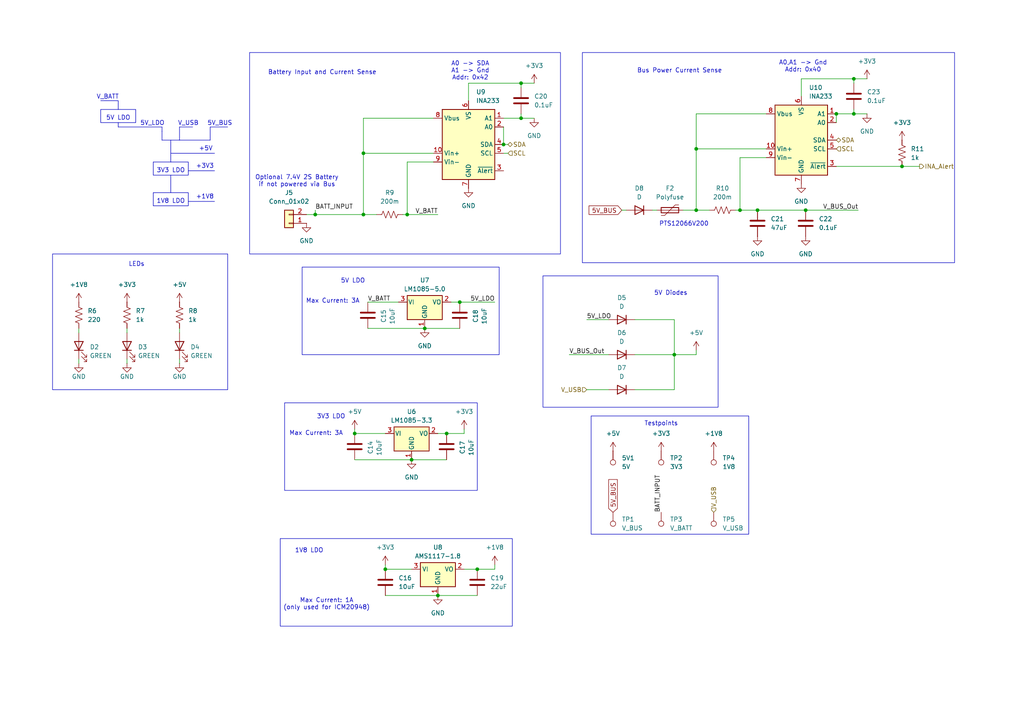
<source format=kicad_sch>
(kicad_sch (version 20231120) (generator "eeschema") (generator_version "8.0")
  (paper "A4")
  (lib_symbols
    (symbol "Connector:TestPoint" (pin_numbers hide) (pin_names (offset 0.762) hide)
      (property "Reference" "TP" (at 0 6.858 0))
      (property "Value" "TestPoint" (at 0 5.08 0))
      (symbol "TestPoint_0_1"
        (circle (center 0 3.302) (radius 0.762))
      )
      (symbol "TestPoint_1_1"
        (pin passive line (at 0 0 90) (length 2.54) (name "1") (number "1"))
      )
    )
    (symbol "Connector_Generic:Conn_01x02" (pin_names (offset 1.016) hide)
      (property "Reference" "J" (at 0 2.54 0))
      (property "Value" "Conn_01x02" (at 0 -5.08 0))
      (symbol "Conn_01x02_1_1"
        (rectangle (start -1.27 -2.413) (end 0 -2.667) (stroke (width 0.1524)))
        (rectangle (start -1.27 0.127) (end 0 -0.127) (stroke (width 0.1524)))
        (rectangle (start -1.27 1.27) (end 1.27 -3.81) (stroke (width 0.254)) (fill (type background)))
        (pin passive line (at -5.08 0 0) (length 3.81) (name "Pin_1") (number "1"))
        (pin passive line (at -5.08 -2.54 0) (length 3.81) (name "Pin_2") (number "2"))
      )
    )
    (symbol "Device:C" (pin_numbers hide) (pin_names (offset 0.254))
      (property "Reference" "C" (at 0.635 2.54 0))
      (property "Value" "C" (at 0.635 -2.54 0))
      (symbol "C_0_1"
        (polyline (pts (xy -2.032 -0.762) (xy 2.032 -0.762)) (stroke (width 0.508)))
        (polyline (pts (xy -2.032 0.762) (xy 2.032 0.762)) (stroke (width 0.508)))
      )
      (symbol "C_1_1"
        (pin passive line (at 0 3.81 270) (length 2.794) (name "~") (number "1"))
        (pin passive line (at 0 -3.81 90) (length 2.794) (name "~") (number "2"))
      )
    )
    (symbol "Device:D" (pin_numbers hide) (pin_names (offset 1.016) hide)
      (property "Reference" "D" (at 0 2.54 0))
      (property "Value" "D" (at 0 -2.54 0))
      (symbol "D_0_1"
        (polyline (pts (xy -1.27 1.27) (xy -1.27 -1.27)) (stroke (width 0.254)))
        (polyline (pts (xy 1.27 0) (xy -1.27 0)))
        (polyline (pts (xy 1.27 1.27) (xy 1.27 -1.27) (xy -1.27 0) (xy 1.27 1.27)) (stroke (width 0.254)))
      )
      (symbol "D_1_1"
        (pin passive line (at -3.81 0 0) (length 2.54) (name "K") (number "1"))
        (pin passive line (at 3.81 0 180) (length 2.54) (name "A") (number "2"))
      )
    )
    (symbol "Device:LED" (pin_numbers hide) (pin_names (offset 1.016) hide)
      (property "Reference" "D" (at 0 2.54 0))
      (property "Value" "LED" (at 0 -2.54 0))
      (symbol "LED_0_1"
        (polyline (pts (xy -1.27 -1.27) (xy -1.27 1.27)) (stroke (width 0.254)))
        (polyline (pts (xy -1.27 0) (xy 1.27 0)))
        (polyline (pts (xy 1.27 -1.27) (xy 1.27 1.27) (xy -1.27 0) (xy 1.27 -1.27)) (stroke (width 0.254)))
        (polyline (pts (xy -3.048 -0.762) (xy -4.572 -2.286) (xy -3.81 -2.286) (xy -4.572 -2.286) (xy -4.572 -1.524)))
        (polyline (pts (xy -1.778 -0.762) (xy -3.302 -2.286) (xy -2.54 -2.286) (xy -3.302 -2.286) (xy -3.302 -1.524)))
      )
      (symbol "LED_1_1"
        (pin passive line (at -3.81 0 0) (length 2.54) (name "K") (number "1"))
        (pin passive line (at 3.81 0 180) (length 2.54) (name "A") (number "2"))
      )
    )
    (symbol "Device:Polyfuse" (pin_numbers hide) (pin_names (offset 0))
      (property "Reference" "F" (at -2.54 0 90))
      (property "Value" "Polyfuse" (at 2.54 0 90))
      (symbol "Polyfuse_0_1"
        (rectangle (start -0.762 2.54) (end 0.762 -2.54) (stroke (width 0.254)))
        (polyline (pts (xy 0 2.54) (xy 0 -2.54)))
        (polyline (pts (xy -1.524 2.54) (xy -1.524 1.524) (xy 1.524 -1.524) (xy 1.524 -2.54)))
      )
      (symbol "Polyfuse_1_1"
        (pin passive line (at 0 3.81 270) (length 1.27) (name "~") (number "1"))
        (pin passive line (at 0 -3.81 90) (length 1.27) (name "~") (number "2"))
      )
    )
    (symbol "Device:R_US" (pin_numbers hide) (pin_names (offset 0))
      (property "Reference" "R" (at 2.54 0 90))
      (property "Value" "R_US" (at -2.54 0 90))
      (symbol "R_US_0_1"
        (polyline (pts (xy 0 -2.286) (xy 0 -2.54)))
        (polyline (pts (xy 0 2.286) (xy 0 2.54)))
        (polyline (pts (xy 0 -0.762) (xy 1.016 -1.143) (xy 0 -1.524) (xy -1.016 -1.905) (xy 0 -2.286)))
        (polyline (pts (xy 0 0.762) (xy 1.016 0.381) (xy 0 0) (xy -1.016 -0.381) (xy 0 -0.762)))
        (polyline (pts (xy 0 2.286) (xy 1.016 1.905) (xy 0 1.524) (xy -1.016 1.143) (xy 0 0.762)))
      )
      (symbol "R_US_1_1"
        (pin passive line (at 0 3.81 270) (length 1.27) (name "~") (number "1"))
        (pin passive line (at 0 -3.81 90) (length 1.27) (name "~") (number "2"))
      )
    )
    (symbol "Regulator_Linear:AMS1117-1.8"
      (property "Reference" "U" (at -3.81 3.175 0))
      (property "Value" "AMS1117-1.8" (at 0 3.175 0))
      (symbol "AMS1117-1.8_0_1"
        (rectangle (start -5.08 -5.08) (end 5.08 1.905) (stroke (width 0.254)) (fill (type background)))
      )
      (symbol "AMS1117-1.8_1_1"
        (pin power_in line (at 0 -7.62 90) (length 2.54) (name "GND") (number "1"))
        (pin power_out line (at 7.62 0 180) (length 2.54) (name "VO") (number "2"))
        (pin power_in line (at -7.62 0 0) (length 2.54) (name "VI") (number "3"))
      )
    )
    (symbol "Regulator_Linear:LM1085-3.3" (pin_names (offset 0.254))
      (property "Reference" "U" (at -3.81 3.175 0))
      (property "Value" "LM1085-3.3" (at 0 3.175 0))
      (symbol "LM1085-3.3_0_1"
        (rectangle (start -5.08 1.905) (end 5.08 -5.08) (stroke (width 0.254)) (fill (type background)))
      )
      (symbol "LM1085-3.3_1_1"
        (pin power_in line (at 0 -7.62 90) (length 2.54) (name "GND") (number "1"))
        (pin power_out line (at 7.62 0 180) (length 2.54) (name "VO") (number "2"))
        (pin power_in line (at -7.62 0 0) (length 2.54) (name "VI") (number "3"))
      )
    )
    (symbol "Regulator_Linear:LM1085-5.0" (pin_names (offset 0.254))
      (property "Reference" "U" (at -3.81 3.175 0))
      (property "Value" "LM1085-5.0" (at 0 3.175 0))
      (symbol "LM1085-5.0_0_1"
        (rectangle (start -5.08 1.905) (end 5.08 -5.08) (stroke (width 0.254)) (fill (type background)))
      )
      (symbol "LM1085-5.0_1_1"
        (pin power_in line (at 0 -7.62 90) (length 2.54) (name "GND") (number "1"))
        (pin power_out line (at 7.62 0 180) (length 2.54) (name "VO") (number "2"))
        (pin power_in line (at -7.62 0 0) (length 2.54) (name "VI") (number "3"))
      )
    )
    (symbol "Sensor_Energy:INA233"
      (property "Reference" "U" (at -6.35 11.43 0))
      (property "Value" "INA233" (at 3.81 11.43 0))
      (symbol "INA233_0_1"
        (rectangle (start 7.62 10.16) (end -7.62 -10.16) (stroke (width 0.254)) (fill (type background)))
      )
      (symbol "INA233_1_1"
        (pin input line (at 10.16 7.62 180) (length 2.54) (name "A1") (number "1"))
        (pin input line (at -10.16 -2.54 0) (length 2.54) (name "Vin+") (number "10"))
        (pin input line (at 10.16 5.08 180) (length 2.54) (name "A0") (number "2"))
        (pin open_collector line (at 10.16 -7.62 180) (length 2.54) (name "~{Alert}") (number "3"))
        (pin bidirectional line (at 10.16 0 180) (length 2.54) (name "SDA") (number "4"))
        (pin input line (at 10.16 -2.54 180) (length 2.54) (name "SCL") (number "5"))
        (pin power_in line (at 0 12.7 270) (length 2.54) (name "VS") (number "6"))
        (pin power_in line (at 0 -12.7 90) (length 2.54) (name "GND") (number "7"))
        (pin input line (at -10.16 7.62 0) (length 2.54) (name "Vbus") (number "8"))
        (pin input line (at -10.16 -5.08 0) (length 2.54) (name "Vin-") (number "9"))
      )
    )
    (symbol "power:+1V8" (power) (pin_numbers hide) (pin_names (offset 0) hide)
      (property "Value" "+1V8" (at 0 3.556 0))
      (symbol "+1V8_0_1"
        (polyline (pts (xy -0.762 1.27) (xy 0 2.54)))
        (polyline (pts (xy 0 0) (xy 0 2.54)))
        (polyline (pts (xy 0 2.54) (xy 0.762 1.27)))
      )
      (symbol "+1V8_1_1"
        (pin power_in line (at 0 0 90) (length 0) (name "~") (number "1"))
      )
    )
    (symbol "power:+3.3V" (power) (pin_numbers hide) (pin_names (offset 0) hide)
      (property "Value" "+3.3V" (at 0 3.556 0))
      (symbol "+3.3V_0_1"
        (polyline (pts (xy -0.762 1.27) (xy 0 2.54)))
        (polyline (pts (xy 0 0) (xy 0 2.54)))
        (polyline (pts (xy 0 2.54) (xy 0.762 1.27)))
      )
      (symbol "+3.3V_1_1"
        (pin power_in line (at 0 0 90) (length 0) (name "~") (number "1"))
      )
    )
    (symbol "power:+3V3" (power) (pin_numbers hide) (pin_names (offset 0) hide)
      (property "Value" "+3V3" (at 0 3.556 0))
      (symbol "+3V3_0_1"
        (polyline (pts (xy -0.762 1.27) (xy 0 2.54)))
        (polyline (pts (xy 0 0) (xy 0 2.54)))
        (polyline (pts (xy 0 2.54) (xy 0.762 1.27)))
      )
      (symbol "+3V3_1_1"
        (pin power_in line (at 0 0 90) (length 0) (name "~") (number "1"))
      )
    )
    (symbol "power:+5V" (power) (pin_numbers hide) (pin_names (offset 0) hide)
      (property "Value" "+5V" (at 0 3.556 0))
      (symbol "+5V_0_1"
        (polyline (pts (xy -0.762 1.27) (xy 0 2.54)))
        (polyline (pts (xy 0 0) (xy 0 2.54)))
        (polyline (pts (xy 0 2.54) (xy 0.762 1.27)))
      )
      (symbol "+5V_1_1"
        (pin power_in line (at 0 0 90) (length 0) (name "~") (number "1"))
      )
    )
    (symbol "power:GND" (power) (pin_numbers hide) (pin_names (offset 0) hide)
      (property "Value" "GND" (at 0 -3.81 0))
      (symbol "GND_0_1"
        (polyline (pts (xy 0 0) (xy 0 -1.27) (xy 1.27 -1.27) (xy 0 -2.54) (xy -1.27 -1.27) (xy 0 -1.27)))
      )
      (symbol "GND_1_1"
        (pin power_in line (at 0 0 270) (length 0) (name "~") (number "1"))
      )
    )
    (symbol "power:VBUS" (power) (pin_numbers hide) (pin_names (offset 0) hide)
      (property "Value" "VBUS" (at 0 3.556 0))
      (symbol "VBUS_0_1"
        (polyline (pts (xy -0.762 1.27) (xy 0 2.54)))
        (polyline (pts (xy 0 0) (xy 0 2.54)))
        (polyline (pts (xy 0 2.54) (xy 0.762 1.27)))
      )
      (symbol "VBUS_1_1"
        (pin power_in line (at 0 0 90) (length 0) (name "~") (number "1"))
      )
    )
  )
  (junction (at 233.68 60.96))
  (junction (at 111.76 165.1))
  (junction (at 219.71 60.96))
  (junction (at 242.57 33.02))
  (junction (at 247.65 33.02))
  (junction (at 247.65 22.86))
  (junction (at 201.93 60.96))
  (junction (at 138.43 165.1))
  (junction (at 127 172.72))
  (junction (at 105.41 62.23))
  (junction (at 118.11 62.23))
  (junction (at 133.35 87.63))
  (junction (at 123.19 95.25))
  (junction (at 102.87 125.73))
  (junction (at 105.41 44.45))
  (junction (at 151.13 24.13))
  (junction (at 151.13 34.29))
  (junction (at 195.58 102.87))
  (junction (at 119.38 133.35))
  (junction (at 261.62 48.26))
  (junction (at 214.63 60.96))
  (junction (at 129.54 125.73))
  (junction (at 91.44 62.23))
  (junction (at 146.05 41.91))
  (junction (at 201.93 43.18))
  (wire (pts (xy 232.41 22.86) (xy 247.65 22.86)))
  (wire (pts (xy 184.15 113.03) (xy 195.58 113.03)))
  (wire (pts (xy 118.11 62.23) (xy 127 62.23)))
  (wire (pts (xy 127 125.73) (xy 129.54 125.73)))
  (wire (pts (xy 242.57 33.02) (xy 242.57 35.56)))
  (wire (pts (xy 143.51 163.83) (xy 143.51 165.1)))
  (polyline (pts (xy 49.53 50.8) (xy 49.53 55.88)))
  (polyline (pts (xy 34.29 36.83) (xy 46.99 36.83)))
  (wire (pts (xy 242.57 33.02) (xy 247.65 33.02)))
  (wire (pts (xy 170.18 113.03) (xy 176.53 113.03)))
  (wire (pts (xy 127 172.72) (xy 138.43 172.72)))
  (wire (pts (xy 105.41 62.23) (xy 109.22 62.23)))
  (wire (pts (xy 22.86 95.25) (xy 22.86 96.52)))
  (wire (pts (xy 214.63 60.96) (xy 219.71 60.96)))
  (wire (pts (xy 116.84 62.23) (xy 118.11 62.23)))
  (wire (pts (xy 198.12 60.96) (xy 201.93 60.96)))
  (wire (pts (xy 180.34 60.96) (xy 181.61 60.96)))
  (wire (pts (xy 214.63 60.96) (xy 214.63 45.72)))
  (wire (pts (xy 247.65 22.86) (xy 251.46 22.86)))
  (wire (pts (xy 105.41 44.45) (xy 105.41 34.29)))
  (wire (pts (xy 118.11 62.23) (xy 118.11 46.99)))
  (wire (pts (xy 247.65 22.86) (xy 247.65 24.13)))
  (wire (pts (xy 134.62 165.1) (xy 138.43 165.1)))
  (wire (pts (xy 195.58 92.71) (xy 184.15 92.71)))
  (wire (pts (xy 88.9 62.23) (xy 91.44 62.23)))
  (wire (pts (xy 105.41 44.45) (xy 125.73 44.45)))
  (wire (pts (xy 189.23 60.96) (xy 190.5 60.96)))
  (wire (pts (xy 213.36 60.96) (xy 214.63 60.96)))
  (wire (pts (xy 201.93 43.18) (xy 222.25 43.18)))
  (wire (pts (xy 151.13 33.02) (xy 151.13 34.29)))
  (wire (pts (xy 133.35 87.63) (xy 143.51 87.63)))
  (polyline (pts (xy 54.61 58.42) (xy 62.23 58.42)))
  (wire (pts (xy 214.63 45.72) (xy 222.25 45.72)))
  (wire (pts (xy 151.13 24.13) (xy 151.13 25.4)))
  (wire (pts (xy 106.68 87.63) (xy 115.57 87.63)))
  (polyline (pts (xy 54.61 49.53) (xy 62.23 49.53)))
  (wire (pts (xy 135.89 24.13) (xy 151.13 24.13)))
  (wire (pts (xy 134.62 125.73) (xy 129.54 125.73)))
  (wire (pts (xy 247.65 31.75) (xy 247.65 33.02)))
  (polyline (pts (xy 34.29 35.56) (xy 34.29 36.83)))
  (wire (pts (xy 130.81 87.63) (xy 133.35 87.63)))
  (wire (pts (xy 201.93 60.96) (xy 205.74 60.96)))
  (wire (pts (xy 119.38 133.35) (xy 129.54 133.35)))
  (wire (pts (xy 266.7 48.26) (xy 261.62 48.26)))
  (wire (pts (xy 138.43 165.1) (xy 143.51 165.1)))
  (wire (pts (xy 111.76 172.72) (xy 127 172.72)))
  (wire (pts (xy 195.58 102.87) (xy 201.93 102.87)))
  (wire (pts (xy 134.62 124.46) (xy 134.62 125.73)))
  (polyline (pts (xy 49.53 44.45) (xy 62.23 44.45)))
  (wire (pts (xy 111.76 165.1) (xy 119.38 165.1)))
  (wire (pts (xy 91.44 62.23) (xy 105.41 62.23)))
  (polyline (pts (xy 34.29 31.75) (xy 34.29 29.21)))
  (wire (pts (xy 36.83 104.14) (xy 36.83 105.41)))
  (wire (pts (xy 170.18 92.71) (xy 176.53 92.71)))
  (wire (pts (xy 147.32 44.45) (xy 146.05 44.45)))
  (wire (pts (xy 105.41 44.45) (xy 105.41 62.23)))
  (wire (pts (xy 111.76 163.83) (xy 111.76 165.1)))
  (wire (pts (xy 102.87 124.46) (xy 102.87 125.73)))
  (wire (pts (xy 184.15 102.87) (xy 195.58 102.87)))
  (wire (pts (xy 261.62 48.26) (xy 242.57 48.26)))
  (wire (pts (xy 201.93 43.18) (xy 201.93 60.96)))
  (wire (pts (xy 146.05 34.29) (xy 151.13 34.29)))
  (wire (pts (xy 118.11 46.99) (xy 125.73 46.99)))
  (polyline (pts (xy 46.99 36.83) (xy 46.99 38.1)))
  (wire (pts (xy 102.87 125.73) (xy 111.76 125.73)))
  (wire (pts (xy 219.71 60.96) (xy 233.68 60.96)))
  (polyline (pts (xy 60.96 40.64) (xy 60.96 36.83)))
  (wire (pts (xy 247.65 33.02) (xy 251.46 33.02)))
  (polyline (pts (xy 52.07 36.83) (xy 52.07 40.64)))
  (wire (pts (xy 165.1 102.87) (xy 176.53 102.87)))
  (wire (pts (xy 201.93 33.02) (xy 222.25 33.02)))
  (wire (pts (xy 106.68 95.25) (xy 123.19 95.25)))
  (wire (pts (xy 151.13 34.29) (xy 154.94 34.29)))
  (wire (pts (xy 201.93 43.18) (xy 201.93 33.02)))
  (wire (pts (xy 146.05 36.83) (xy 146.05 41.91)))
  (wire (pts (xy 151.13 24.13) (xy 154.94 24.13)))
  (wire (pts (xy 135.89 29.21) (xy 135.89 24.13)))
  (wire (pts (xy 195.58 113.03) (xy 195.58 102.87)))
  (wire (pts (xy 233.68 60.96) (xy 248.92 60.96)))
  (wire (pts (xy 36.83 95.25) (xy 36.83 96.52)))
  (wire (pts (xy 201.93 101.6) (xy 201.93 102.87)))
  (polyline (pts (xy 55.88 36.83) (xy 52.07 36.83)))
  (wire (pts (xy 232.41 27.94) (xy 232.41 22.86)))
  (polyline (pts (xy 60.96 36.83) (xy 66.04 36.83)))
  (wire (pts (xy 91.44 60.96) (xy 91.44 62.23)))
  (wire (pts (xy 102.87 133.35) (xy 119.38 133.35)))
  (wire (pts (xy 22.86 104.14) (xy 22.86 105.41)))
  (polyline (pts (xy 52.07 40.64) (xy 60.96 40.64)))
  (polyline (pts (xy 29.21 29.21) (xy 34.29 29.21)))
  (polyline (pts (xy 46.99 40.64) (xy 52.07 40.64)))
  (wire (pts (xy 52.07 95.25) (xy 52.07 96.52)))
  (wire (pts (xy 195.58 102.87) (xy 195.58 92.71)))
  (wire (pts (xy 147.32 41.91) (xy 146.05 41.91)))
  (wire (pts (xy 52.07 104.14) (xy 52.07 105.41)))
  (wire (pts (xy 105.41 34.29) (xy 125.73 34.29)))
  (polyline (pts (xy 46.99 38.1) (xy 46.99 40.64)))
  (wire (pts (xy 123.19 95.25) (xy 133.35 95.25)))
  (polyline (pts (xy 49.53 40.64) (xy 49.53 46.99)))
  (rectangle (start 44.45 55.88) (end 54.61 59.69))
  (rectangle (start 44.45 46.99) (end 54.61 50.8))
  (rectangle (start 82.55 116.84) (end 138.43 142.24))
  (rectangle (start 81.28 156.21) (end 148.59 181.61))
  (rectangle (start 29.21 31.75) (end 39.37 35.56))
  (rectangle (start 72.39 15.24) (end 162.56 73.66))
  (rectangle (start 157.48 80.01) (end 208.28 118.11))
  (rectangle (start 168.91 15.24) (end 276.86 76.2))
  (rectangle (start 171.45 120.65) (end 217.17 154.94))
  (rectangle (start 87.63 77.47) (end 144.78 102.87))
  (rectangle (start 15.24 73.66) (end 66.04 113.03))
  (text "Battery Input and Current Sense" (at 93.472 21.082 0) (effects (font (size 1.27 1.27))))
  (text "Testpoints" (at 191.77 122.936 0) (effects (font (size 1.27 1.27))))
  (text "PTS12066V200" (at 198.374 65.024 0) (effects (font (size 1.27 1.27))))
  (text "5V LDO" (at 34.29 34.29 0) (effects (font (size 1.27 1.27))))
  (text "Max Current: 3A" (at 96.52 87.376 0) (effects (font (size 1.27 1.27))))
  (text "5V LDO" (at 102.362 81.534 0) (effects (font (size 1.27 1.27))))
  (text "LEDs" (at 39.624 76.708 0) (effects (font (size 1.27 1.27))))
  (text "3V3 LDO" (at 49.53 49.53 0) (effects (font (size 1.27 1.27))))
  (text "+3V3" (at 59.436 48.26 0) (effects (font (size 1.27 1.27))))
  (text "Max Current: 3A" (at 91.694 125.73 0) (effects (font (size 1.27 1.27))))
  (text "Max Current: 1A\n(only used for ICM20948)" (at 94.742 175.26 0) (effects (font (size 1.27 1.27))))
  (text "5V_LDO" (at 44.196 35.814 0) (effects (font (size 1.27 1.27))))
  (text "1V8 LDO" (at 49.53 58.42 0) (effects (font (size 1.27 1.27))))
  (text "Bus Power Current Sense" (at 197.104 20.574 0) (effects (font (size 1.27 1.27))))
  (text "A0 -> SDA\nA1 -> Gnd\nAddr: 0x42" (at 136.398 20.574 0) (effects (font (size 1.27 1.27))))
  (text "+1V8" (at 59.436 57.15 0) (effects (font (size 1.27 1.27))))
  (text "+5V" (at 59.69 43.18 0) (effects (font (size 1.27 1.27))))
  (text "5V_BUS" (at 63.754 35.814 0) (effects (font (size 1.27 1.27))))
  (text "V_USB" (at 54.61 35.814 0) (effects (font (size 1.27 1.27))))
  (text "Optional 7.4V 2S Battery\nif not powered via Bus" (at 86.106 52.578 0) (effects (font (size 1.27 1.27))))
  (text "V_BATT" (at 31.242 28.194 0) (effects (font (size 1.27 1.27))))
  (text "5V Diodes" (at 194.564 85.09 0) (effects (font (size 1.27 1.27))))
  (text "3V3 LDO" (at 96.012 120.904 0) (effects (font (size 1.27 1.27))))
  (text "1V8 LDO" (at 89.662 159.766 0) (effects (font (size 1.27 1.27))))
  (text "A0,A1 -> Gnd\nAddr: 0x40" (at 232.918 19.304 0) (effects (font (size 1.27 1.27))))
  (label "5V_LDO" (at 170.18 92.71 0))
  (label "V_BATT" (at 106.68 87.63 0))
  (label "V_BUS_Out" (at 248.92 60.96 180))
  (label "BATT_INPUT" (at 91.44 60.96 0))
  (label "V_BUS_Out" (at 165.1 102.87 0))
  (label "V_BATT" (at 127 62.23 180))
  (label "5V_LDO" (at 143.51 87.63 180))
  (label "BATT_INPUT" (at 191.77 148.59 90))
  (global_label "5V_BUS" (shape input) (at 180.34 60.96 180) (property "Intersheetrefs" "${INTERSHEET_REFS}" (effects (hide yes))))
  (global_label "5V_BUS" (shape input) (at 177.8 148.59 90) (property "Intersheetrefs" "${INTERSHEET_REFS}" (effects (hide yes))))
  (hierarchical_label "V_USB" (shape input) (at 207.01 148.59 90))
  (hierarchical_label "V_USB" (shape input) (at 170.18 113.03 180))
  (hierarchical_label "SDA" (shape bidirectional) (at 242.57 40.64 0))
  (hierarchical_label "SCL" (shape input) (at 242.57 43.18 0))
  (hierarchical_label "INA_Alert" (shape output) (at 266.7 48.26 0))
  (hierarchical_label "SDA" (shape bidirectional) (at 147.32 41.91 0))
  (hierarchical_label "SCL" (shape input) (at 147.32 44.45 0))
  (symbol (lib_id "Device:C") (at 133.35 91.44 180) (unit 1)
    (property "Reference" "C18" (at 137.922 91.694 90))
    (property "Value" "10uF" (at 140.462 91.694 90))
    (property "Footprint" "Capacitor_SMD:C_0603_1608Metric" (effects (hide yes)))
    (property "Description" "Unpolarized capacitor" (effects (hide yes)))
  )
  (symbol (lib_id "power:+3V3") (at 111.76 163.83 0) (unit 1)
    (property "Reference" "#PWR043" (effects (hide yes)))
    (property "Value" "+3V3" (at 111.76 158.75 0))
    (property "Description" "Power symbol creates a global label with name \"+3V3\"" (effects (hide yes)))
  )
  (symbol (lib_id "power:VBUS") (at 201.93 101.6 0) (unit 1)
    (property "Reference" "#PWR054" (effects (hide yes)))
    (property "Value" "+5V" (at 201.93 96.52 0))
    (property "Description" "Power symbol creates a global label with name \"VBUS\"" (effects (hide yes)))
  )
  (symbol (lib_id "power:+3.3V") (at 52.07 87.63 0) (unit 1)
    (property "Reference" "#PWR039" (effects (hide yes)))
    (property "Value" "+5V" (at 52.07 82.55 0))
    (property "Description" "Power symbol creates a global label with name \"+3.3V\"" (effects (hide yes)))
  )
  (symbol (lib_id "Device:R_US") (at 52.07 91.44 180) (unit 1)
    (property "Reference" "R8" (at 54.61 90.1699 0) (effects (justify right)))
    (property "Value" "1k" (at 54.61 92.7099 0) (effects (justify right)))
    (property "Footprint" "Resistor_SMD:R_0603_1608Metric" (effects (hide yes)))
    (property "Description" "Resistor, US symbol" (effects (hide yes)))
  )
  (symbol (lib_id "power:+3V3") (at 251.46 22.86 0) (unit 1)
    (property "Reference" "#PWR059" (effects (hide yes)))
    (property "Value" "+3V3" (at 251.46 17.78 0))
    (property "Description" "Power symbol creates a global label with name \"+3V3\"" (effects (hide yes)))
  )
  (symbol (lib_id "power:GND") (at 251.46 33.02 0) (unit 1)
    (property "Reference" "#PWR060" (effects (hide yes)))
    (property "Value" "GND" (at 251.46 38.1 0))
    (property "Description" "Power symbol creates a global label with name \"GND\" , ground" (effects (hide yes)))
  )
  (symbol (lib_id "power:+3.3V") (at 22.86 87.63 0) (unit 1)
    (property "Reference" "#PWR035" (effects (hide yes)))
    (property "Value" "+1V8" (at 22.86 82.55 0))
    (property "Description" "Power symbol creates a global label with name \"+3.3V\"" (effects (hide yes)))
  )
  (symbol (lib_id "power:+3V3") (at 191.77 130.81 0) (unit 1)
    (property "Reference" "#PWR053" (effects (hide yes)))
    (property "Value" "+3V3" (at 191.77 125.73 0))
    (property "Description" "Power symbol creates a global label with name \"+3V3\"" (effects (hide yes)))
  )
  (symbol (lib_id "Device:R_US") (at 209.55 60.96 90) (unit 1)
    (property "Reference" "R10" (at 209.55 54.61 90))
    (property "Value" "200m" (at 209.55 57.15 90))
    (property "Footprint" "Resistor_SMD:R_0603_1608Metric" (effects (hide yes)))
    (property "Description" "Resistor, US symbol" (effects (hide yes)))
  )
  (symbol (lib_id "Device:LED") (at 36.83 100.33 90) (unit 1)
    (property "Reference" "D3" (at 40.005 100.6475 90) (effects (justify right)))
    (property "Value" "GREEN" (at 40.005 103.1875 90) (effects (justify right)))
    (property "Footprint" "LED_SMD:LED_0603_1608Metric_Pad1.05x0.95mm_HandSolder" (effects (hide yes)))
  )
  (symbol (lib_id "Connector:TestPoint") (at 191.77 148.59 180) (unit 1)
    (property "Reference" "TP3" (at 194.31 150.6219 0) (effects (justify right)))
    (property "Value" "V_BATT" (at 194.31 153.1619 0) (effects (justify right)))
    (property "Footprint" "Connector_PinHeader_2.54mm:PinHeader_1x01_P2.54mm_Vertical" (effects (hide yes)))
    (property "Description" "test point" (effects (hide yes)))
  )
  (symbol (lib_id "Connector:TestPoint") (at 177.8 148.59 180) (unit 1)
    (property "Reference" "TP1" (at 180.34 150.6219 0) (effects (justify right)))
    (property "Value" "V_BUS" (at 180.34 153.1619 0) (effects (justify right)))
    (property "Footprint" "Connector_PinHeader_2.54mm:PinHeader_1x01_P2.54mm_Vertical" (effects (hide yes)))
    (property "Description" "test point" (effects (hide yes)))
  )
  (symbol (lib_id "Device:C") (at 219.71 64.77 0) (unit 1)
    (property "Reference" "C21" (at 223.52 63.4999 0) (effects (justify left)))
    (property "Value" "47uF" (at 223.52 66.0399 0) (effects (justify left)))
    (property "Footprint" "Capacitor_SMD:C_0603_1608Metric" (effects (hide yes)))
    (property "Description" "Unpolarized capacitor" (effects (hide yes)))
  )
  (symbol (lib_id "Connector:TestPoint") (at 207.01 130.81 180) (unit 1)
    (property "Reference" "TP4" (at 209.55 132.8419 0) (effects (justify right)))
    (property "Value" "1V8" (at 209.55 135.3819 0) (effects (justify right)))
    (property "Footprint" "Connector_PinHeader_2.54mm:PinHeader_1x01_P2.54mm_Vertical" (effects (hide yes)))
    (property "Description" "test point" (effects (hide yes)))
  )
  (symbol (lib_id "Regulator_Linear:LM1085-3.3") (at 119.38 125.73 0) (unit 1)
    (property "Reference" "U6" (at 119.38 119.38 0))
    (property "Value" "LM1085-3.3" (at 119.38 121.92 0))
    (property "Footprint" "Package_TO_SOT_SMD:TO-263-3_TabPin2" (effects (hide yes)))
    (property "Datasheet" "http://www.ti.com/lit/ds/symlink/lm1085.pdf" (effects (hide yes)))
    (property "Description" "3A 27V Linear Regulator, Fixed Output 3.3V, TO-220/TO-263" (effects (hide yes)))
  )
  (symbol (lib_id "Device:C") (at 247.65 27.94 0) (unit 1)
    (property "Reference" "C23" (at 251.46 26.6699 0) (effects (justify left)))
    (property "Value" "0.1uF" (at 251.46 29.2099 0) (effects (justify left)))
    (property "Footprint" "Capacitor_SMD:C_0603_1608Metric" (effects (hide yes)))
    (property "Description" "Unpolarized capacitor" (effects (hide yes)))
  )
  (symbol (lib_id "Device:LED") (at 52.07 100.33 90) (unit 1)
    (property "Reference" "D4" (at 55.245 100.6475 90) (effects (justify right)))
    (property "Value" "GREEN" (at 55.245 103.1875 90) (effects (justify right)))
    (property "Footprint" "LED_SMD:LED_0603_1608Metric_Pad1.05x0.95mm_HandSolder" (effects (hide yes)))
  )
  (symbol (lib_id "Device:D") (at 180.34 102.87 180) (unit 1)
    (property "Reference" "D6" (at 180.34 96.52 0))
    (property "Value" "D" (at 180.34 99.06 0))
    (property "Footprint" "Diode_SMD:D_0603_1608Metric" (effects (hide yes)))
    (property "Description" "Diode" (effects (hide yes)))
    (property "Sim.Device" "D" (effects (hide yes)))
    (property "Sim.Pins" "1=K 2=A" (effects (hide yes)))
  )
  (symbol (lib_id "power:+1V8") (at 207.01 130.81 0) (unit 1)
    (property "Reference" "#PWR055" (effects (hide yes)))
    (property "Value" "+1V8" (at 207.01 125.73 0))
    (property "Description" "Power symbol creates a global label with name \"+1V8\"" (effects (hide yes)))
  )
  (symbol (lib_id "Device:C") (at 151.13 29.21 0) (unit 1)
    (property "Reference" "C20" (at 154.94 27.9399 0) (effects (justify left)))
    (property "Value" "0.1uF" (at 154.94 30.4799 0) (effects (justify left)))
    (property "Footprint" "Capacitor_SMD:C_0603_1608Metric" (effects (hide yes)))
    (property "Description" "Unpolarized capacitor" (effects (hide yes)))
  )
  (symbol (lib_id "Device:D") (at 185.42 60.96 0) (mirror y) (unit 1)
    (property "Reference" "D8" (at 185.42 54.61 0))
    (property "Value" "D" (at 185.42 57.15 0))
    (property "Footprint" "Diode_SMD:D_0603_1608Metric" (effects (hide yes)))
    (property "Description" "Diode" (effects (hide yes)))
    (property "Sim.Device" "D" (effects (hide yes)))
    (property "Sim.Pins" "1=K 2=A" (effects (hide yes)))
  )
  (symbol (lib_id "Device:R_US") (at 36.83 91.44 180) (unit 1)
    (property "Reference" "R7" (at 39.37 90.1699 0) (effects (justify right)))
    (property "Value" "1k" (at 39.37 92.7099 0) (effects (justify right)))
    (property "Footprint" "Resistor_SMD:R_0603_1608Metric" (effects (hide yes)))
    (property "Description" "Resistor, US symbol" (effects (hide yes)))
  )
  (symbol (lib_id "Device:C") (at 106.68 91.44 180) (unit 1)
    (property "Reference" "C15" (at 111.252 91.694 90))
    (property "Value" "10uF" (at 113.792 91.694 90))
    (property "Footprint" "Capacitor_SMD:C_0603_1608Metric" (effects (hide yes)))
    (property "Description" "Unpolarized capacitor" (effects (hide yes)))
  )
  (symbol (lib_id "Device:R_US") (at 261.62 44.45 180) (unit 1)
    (property "Reference" "R11" (at 264.16 43.1799 0) (effects (justify right)))
    (property "Value" "1k" (at 264.16 45.7199 0) (effects (justify right)))
    (property "Footprint" "Resistor_SMD:R_0603_1608Metric" (effects (hide yes)))
    (property "Description" "Resistor, US symbol" (effects (hide yes)))
  )
  (symbol (lib_id "power:+1V8") (at 143.51 163.83 0) (unit 1)
    (property "Reference" "#PWR049" (effects (hide yes)))
    (property "Value" "+1V8" (at 143.51 158.75 0))
    (property "Description" "Power symbol creates a global label with name \"+1V8\"" (effects (hide yes)))
  )
  (symbol (lib_id "Device:C") (at 102.87 129.54 180) (unit 1)
    (property "Reference" "C14" (at 107.442 129.794 90))
    (property "Value" "10uF" (at 109.982 129.794 90))
    (property "Footprint" "Capacitor_SMD:C_0603_1608Metric" (effects (hide yes)))
    (property "Description" "Unpolarized capacitor" (effects (hide yes)))
  )
  (symbol (lib_id "Device:C") (at 111.76 168.91 0) (unit 1)
    (property "Reference" "C16" (at 115.57 167.6399 0) (effects (justify left)))
    (property "Value" "10uF" (at 115.57 170.1799 0) (effects (justify left)))
    (property "Footprint" "Capacitor_SMD:C_0603_1608Metric" (effects (hide yes)))
    (property "Description" "Unpolarized capacitor" (effects (hide yes)))
  )
  (symbol (lib_id "power:GND") (at 154.94 34.29 0) (unit 1)
    (property "Reference" "#PWR051" (effects (hide yes)))
    (property "Value" "GND" (at 154.94 39.37 0))
    (property "Description" "Power symbol creates a global label with name \"GND\" , ground" (effects (hide yes)))
  )
  (symbol (lib_id "power:GND") (at 119.38 133.35 0) (unit 1)
    (property "Reference" "#PWR044" (effects (hide yes)))
    (property "Value" "GND" (at 119.38 138.43 0))
    (property "Description" "Power symbol creates a global label with name \"GND\" , ground" (effects (hide yes)))
  )
  (symbol (lib_id "power:GND") (at 52.07 105.41 0) (unit 1)
    (property "Reference" "#PWR040" (effects (hide yes)))
    (property "Value" "GND" (at 52.07 109.22 0))
  )
  (symbol (lib_id "Device:D") (at 180.34 113.03 180) (unit 1)
    (property "Reference" "D7" (at 180.34 106.68 0))
    (property "Value" "D" (at 180.34 109.22 0))
    (property "Footprint" "Diode_SMD:D_0603_1608Metric" (effects (hide yes)))
    (property "Description" "Diode" (effects (hide yes)))
    (property "Sim.Device" "D" (effects (hide yes)))
    (property "Sim.Pins" "1=K 2=A" (effects (hide yes)))
  )
  (symbol (lib_id "power:GND") (at 135.89 54.61 0) (unit 1)
    (property "Reference" "#PWR048" (effects (hide yes)))
    (property "Value" "GND" (at 135.89 59.69 0))
    (property "Description" "Power symbol creates a global label with name \"GND\" , ground" (effects (hide yes)))
  )
  (symbol (lib_id "power:GND") (at 88.9 64.77 0) (unit 1)
    (property "Reference" "#PWR041" (effects (hide yes)))
    (property "Value" "GND" (at 88.9 69.85 0))
    (property "Description" "Power symbol creates a global label with name \"GND\" , ground" (effects (hide yes)))
  )
  (symbol (lib_id "Device:R_US") (at 113.03 62.23 90) (unit 1)
    (property "Reference" "R9" (at 113.03 55.88 90))
    (property "Value" "200m" (at 113.03 58.42 90))
    (property "Footprint" "Resistor_SMD:R_0603_1608Metric" (effects (hide yes)))
    (property "Description" "Resistor, US symbol" (effects (hide yes)))
  )
  (symbol (lib_id "power:GND") (at 219.71 68.58 0) (unit 1)
    (property "Reference" "#PWR056" (effects (hide yes)))
    (property "Value" "GND" (at 219.71 73.66 0))
    (property "Description" "Power symbol creates a global label with name \"GND\" , ground" (effects (hide yes)))
  )
  (symbol (lib_id "power:GND") (at 36.83 105.41 0) (unit 1)
    (property "Reference" "#PWR038" (effects (hide yes)))
    (property "Value" "GND" (at 36.83 109.22 0))
  )
  (symbol (lib_id "Sensor_Energy:INA233") (at 135.89 41.91 0) (unit 1)
    (property "Reference" "U9" (at 138.0841 26.67 0) (effects (justify left)))
    (property "Value" "INA233" (at 138.0841 29.21 0) (effects (justify left)))
    (property "Footprint" "Package_SO:VSSOP-10_3x3mm_P0.5mm" (effects (hide yes)))
    (property "Datasheet" "https://www.ti.com/lit/ds/symlink/ina233.pdf" (effects (hide yes)))
    (property "Description" "High-Side or Low-Side Measurement, Bi-Directional Current and Power Monitor (0-36V) with I2C, SMBus-, and PMBus-Compatible Interface, VSSOP-10" (effects (hide yes)))
  )
  (symbol (lib_id "Connector:TestPoint") (at 191.77 130.81 180) (unit 1)
    (property "Reference" "TP2" (at 194.31 132.8419 0) (effects (justify right)))
    (property "Value" "3V3" (at 194.31 135.3819 0) (effects (justify right)))
    (property "Footprint" "Connector_PinHeader_2.54mm:PinHeader_1x01_P2.54mm_Vertical" (effects (hide yes)))
    (property "Description" "test point" (effects (hide yes)))
  )
  (symbol (lib_id "power:GND") (at 127 172.72 0) (unit 1)
    (property "Reference" "#PWR046" (effects (hide yes)))
    (property "Value" "GND" (at 127 177.8 0))
    (property "Description" "Power symbol creates a global label with name \"GND\" , ground" (effects (hide yes)))
  )
  (symbol (lib_id "Regulator_Linear:AMS1117-1.8") (at 127 165.1 0) (unit 1)
    (property "Reference" "U8" (at 127 158.75 0))
    (property "Value" "AMS1117-1.8" (at 127 161.29 0))
    (property "Footprint" "Package_TO_SOT_SMD:SOT-223-3_TabPin2" (effects (hide yes)))
    (property "Datasheet" "http://www.advanced-monolithic.com/pdf/ds1117.pdf" (effects (hide yes)))
    (property "Description" "1A Low Dropout regulator, positive, 1.8V fixed output, SOT-223" (effects (hide yes)))
  )
  (symbol (lib_id "power:GND") (at 123.19 95.25 0) (unit 1)
    (property "Reference" "#PWR045" (effects (hide yes)))
    (property "Value" "GND" (at 123.19 100.33 0))
    (property "Description" "Power symbol creates a global label with name \"GND\" , ground" (effects (hide yes)))
  )
  (symbol (lib_id "Device:C") (at 233.68 64.77 0) (unit 1)
    (property "Reference" "C22" (at 237.49 63.4999 0) (effects (justify left)))
    (property "Value" "0.1uF" (at 237.49 66.0399 0) (effects (justify left)))
    (property "Footprint" "Capacitor_SMD:C_0603_1608Metric" (effects (hide yes)))
    (property "Description" "Unpolarized capacitor" (effects (hide yes)))
  )
  (symbol (lib_id "power:+3V3") (at 134.62 124.46 0) (unit 1)
    (property "Reference" "#PWR047" (effects (hide yes)))
    (property "Value" "+3V3" (at 134.62 119.38 0))
    (property "Description" "Power symbol creates a global label with name \"+3V3\"" (effects (hide yes)))
  )
  (symbol (lib_id "power:GND") (at 22.86 105.41 0) (unit 1)
    (property "Reference" "#PWR036" (effects (hide yes)))
    (property "Value" "GND" (at 22.86 109.22 0))
  )
  (symbol (lib_id "power:+5V") (at 102.87 124.46 0) (unit 1)
    (property "Reference" "#PWR042" (effects (hide yes)))
    (property "Value" "+5V" (at 102.87 119.38 0))
    (property "Description" "Power symbol creates a global label with name \"+5V\"" (effects (hide yes)))
  )
  (symbol (lib_id "Device:C") (at 138.43 168.91 0) (unit 1)
    (property "Reference" "C19" (at 142.24 167.6399 0) (effects (justify left)))
    (property "Value" "22uF" (at 142.24 170.1799 0) (effects (justify left)))
    (property "Footprint" "Capacitor_SMD:C_0603_1608Metric" (effects (hide yes)))
    (property "Description" "Unpolarized capacitor" (effects (hide yes)))
  )
  (symbol (lib_id "Sensor_Energy:INA233") (at 232.41 40.64 0) (unit 1)
    (property "Reference" "U10" (at 234.6041 25.4 0) (effects (justify left)))
    (property "Value" "INA233" (at 234.6041 27.94 0) (effects (justify left)))
    (property "Footprint" "Package_SO:VSSOP-10_3x3mm_P0.5mm" (effects (hide yes)))
    (property "Datasheet" "https://www.ti.com/lit/ds/symlink/ina233.pdf" (effects (hide yes)))
    (property "Description" "High-Side or Low-Side Measurement, Bi-Directional Current and Power Monitor (0-36V) with I2C, SMBus-, and PMBus-Compatible Interface, VSSOP-10" (effects (hide yes)))
  )
  (symbol (lib_id "power:+3V3") (at 261.62 40.64 0) (unit 1)
    (property "Reference" "#PWR061" (effects (hide yes)))
    (property "Value" "+3V3" (at 261.62 35.56 0))
    (property "Description" "Power symbol creates a global label with name \"+3V3\"" (effects (hide yes)))
  )
  (symbol (lib_id "Device:C") (at 129.54 129.54 180) (unit 1)
    (property "Reference" "C17" (at 134.112 129.794 90))
    (property "Value" "10uF" (at 136.652 129.794 90))
    (property "Footprint" "Capacitor_SMD:C_0603_1608Metric" (effects (hide yes)))
    (property "Description" "Unpolarized capacitor" (effects (hide yes)))
  )
  (symbol (lib_id "Device:D") (at 180.34 92.71 180) (unit 1)
    (property "Reference" "D5" (at 180.34 86.36 0))
    (property "Value" "D" (at 180.34 88.9 0))
    (property "Footprint" "Diode_SMD:D_0603_1608Metric" (effects (hide yes)))
    (property "Description" "Diode" (effects (hide yes)))
    (property "Sim.Device" "D" (effects (hide yes)))
    (property "Sim.Pins" "1=K 2=A" (effects (hide yes)))
  )
  (symbol (lib_id "power:GND") (at 232.41 53.34 0) (unit 1)
    (property "Reference" "#PWR057" (effects (hide yes)))
    (property "Value" "GND" (at 232.41 58.42 0))
    (property "Description" "Power symbol creates a global label with name \"GND\" , ground" (effects (hide yes)))
  )
  (symbol (lib_id "power:GND") (at 233.68 68.58 0) (unit 1)
    (property "Reference" "#PWR058" (effects (hide yes)))
    (property "Value" "GND" (at 233.68 73.66 0))
    (property "Description" "Power symbol creates a global label with name \"GND\" , ground" (effects (hide yes)))
  )
  (symbol (lib_id "Device:LED") (at 22.86 100.33 90) (unit 1)
    (property "Reference" "D2" (at 26.035 100.6475 90) (effects (justify right)))
    (property "Value" "GREEN" (at 26.035 103.1875 90) (effects (justify right)))
    (property "Footprint" "LED_SMD:LED_0603_1608Metric_Pad1.05x0.95mm_HandSolder" (effects (hide yes)))
  )
  (symbol (lib_id "Connector:TestPoint") (at 177.8 130.81 180) (unit 1)
    (property "Reference" "5V1" (at 180.34 132.8419 0) (effects (justify right)))
    (property "Value" "5V" (at 180.34 135.3819 0) (effects (justify right)))
    (property "Footprint" "Connector_PinHeader_2.54mm:PinHeader_1x01_P2.54mm_Vertical" (effects (hide yes)))
    (property "Description" "test point" (effects (hide yes)))
  )
  (symbol (lib_id "Regulator_Linear:LM1085-5.0") (at 123.19 87.63 0) (unit 1)
    (property "Reference" "U7" (at 123.19 81.28 0))
    (property "Value" "LM1085-5.0" (at 123.19 83.82 0))
    (property "Footprint" "Package_TO_SOT_SMD:TO-263-3_TabPin2" (effects (hide yes)))
    (property "Datasheet" "http://www.ti.com/lit/ds/symlink/lm1085.pdf" (effects (hide yes)))
    (property "Description" "3A 25V Linear Regulator, Fixed Output 5.0V, TO-220/TO-263" (effects (hide yes)))
  )
  (symbol (lib_id "Connector_Generic:Conn_01x02") (at 83.82 64.77 180) (unit 1)
    (property "Reference" "J5" (at 83.82 55.88 0))
    (property "Value" "Conn_01x02" (at 83.82 58.42 0))
    (property "Footprint" "Connector_AMASS:AMASS_XT60-M_1x02_P7.20mm_Vertical" (effects (hide yes)))
    (property "Description" "Generic connector, single row, 01x02, script generated (kicad-library-utils/schlib/autogen/connector/)" (effects (hide yes)))
  )
  (symbol (lib_id "Connector:TestPoint") (at 207.01 148.59 180) (unit 1)
    (property "Reference" "TP5" (at 209.55 150.6219 0) (effects (justify right)))
    (property "Value" "V_USB" (at 209.55 153.1619 0) (effects (justify right)))
    (property "Footprint" "Connector_PinHeader_2.54mm:PinHeader_1x01_P2.54mm_Vertical" (effects (hide yes)))
    (property "Description" "test point" (effects (hide yes)))
  )
  (symbol (lib_id "power:+3.3V") (at 36.83 87.63 0) (unit 1)
    (property "Reference" "#PWR037" (effects (hide yes)))
    (property "Value" "+3V3" (at 36.83 82.55 0))
    (property "Description" "Power symbol creates a global label with name \"+3.3V\"" (effects (hide yes)))
  )
  (symbol (lib_id "Device:R_US") (at 22.86 91.44 180) (unit 1)
    (property "Reference" "R6" (at 25.4 90.1699 0) (effects (justify right)))
    (property "Value" "220" (at 25.4 92.7099 0) (effects (justify right)))
    (property "Footprint" "Resistor_SMD:R_0603_1608Metric" (effects (hide yes)))
    (property "Description" "Resistor, US symbol" (effects (hide yes)))
  )
  (symbol (lib_id "power:+5V") (at 177.8 130.81 0) (unit 1)
    (property "Reference" "#PWR052" (effects (hide yes)))
    (property "Value" "+5V" (at 177.8 125.73 0))
    (property "Description" "Power symbol creates a global label with name \"+5V\"" (effects (hide yes)))
  )
  (symbol (lib_id "power:+3V3") (at 154.94 24.13 0) (unit 1)
    (property "Reference" "#PWR050" (effects (hide yes)))
    (property "Value" "+3V3" (at 154.94 19.05 0))
    (property "Description" "Power symbol creates a global label with name \"+3V3\"" (effects (hide yes)))
  )
  (symbol (lib_id "Device:Polyfuse") (at 194.31 60.96 90) (unit 1)
    (property "Reference" "F2" (at 194.31 54.61 90))
    (property "Value" "Polyfuse" (at 194.31 57.15 90))
    (property "Footprint" "Fuse:Fuse_1206_3216Metric" (effects (hide yes)))
    (property "Description" "Resettable fuse, polymeric positive temperature coefficient" (effects (hide yes)))
  )
)
</source>
